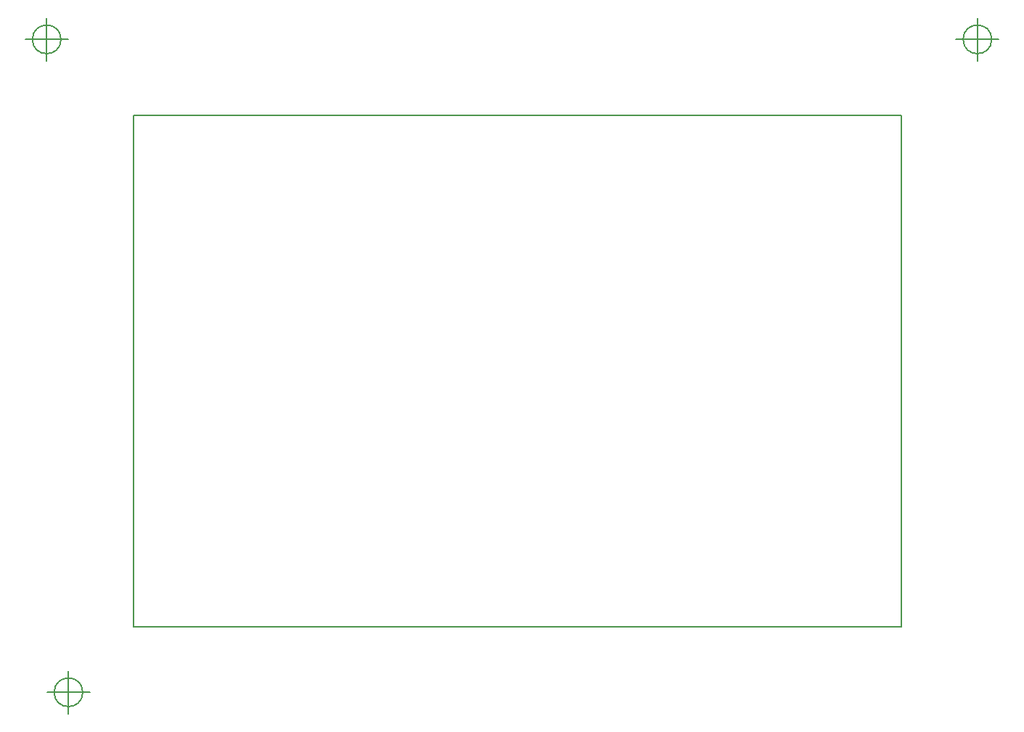
<source format=gbr>
G04 #@! TF.FileFunction,Profile,NP*
%FSLAX46Y46*%
G04 Gerber Fmt 4.6, Leading zero omitted, Abs format (unit mm)*
G04 Created by KiCad (PCBNEW 4.0.7) date 09/13/18 08:51:24*
%MOMM*%
%LPD*%
G01*
G04 APERTURE LIST*
%ADD10C,0.100000*%
%ADD11C,0.200000*%
G04 APERTURE END LIST*
D10*
D11*
X131684186Y-52989480D02*
G75*
G03X131684186Y-52989480I-1666666J0D01*
G01*
X127517520Y-52989480D02*
X132517520Y-52989480D01*
X130017520Y-50489480D02*
X130017520Y-55489480D01*
X240269186Y-52989480D02*
G75*
G03X240269186Y-52989480I-1666666J0D01*
G01*
X236102520Y-52989480D02*
X241102520Y-52989480D01*
X238602520Y-50489480D02*
X238602520Y-55489480D01*
X134224186Y-129189480D02*
G75*
G03X134224186Y-129189480I-1666666J0D01*
G01*
X130057520Y-129189480D02*
X135057520Y-129189480D01*
X132557520Y-126689480D02*
X132557520Y-131689480D01*
X140177520Y-61879480D02*
X140177520Y-121569480D01*
X229712520Y-61879480D02*
X140177520Y-61879480D01*
X229712520Y-121569480D02*
X229712520Y-61879480D01*
X140177520Y-121569480D02*
X229712520Y-121569480D01*
M02*

</source>
